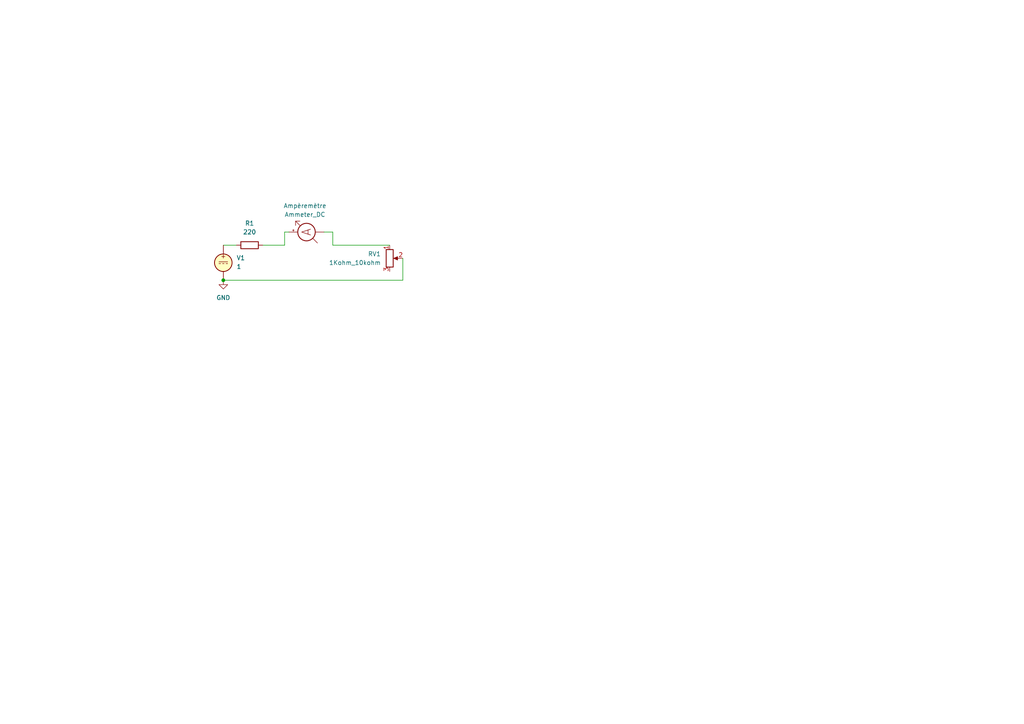
<source format=kicad_sch>
(kicad_sch (version 20230121) (generator eeschema)

  (uuid ae631b81-ece1-4a1a-bd85-f651e276bdef)

  (paper "A4")

  (lib_symbols
    (symbol "Device:Ammeter_DC" (pin_numbers hide) (pin_names (offset 0.0254) hide) (in_bom yes) (on_board yes)
      (property "Reference" "MES" (at -3.302 1.016 0)
        (effects (font (size 1.27 1.27)) (justify right))
      )
      (property "Value" "Ammeter_DC" (at -3.302 -0.762 0)
        (effects (font (size 1.27 1.27)) (justify right))
      )
      (property "Footprint" "" (at 0 2.54 90)
        (effects (font (size 1.27 1.27)) hide)
      )
      (property "Datasheet" "~" (at 0 2.54 90)
        (effects (font (size 1.27 1.27)) hide)
      )
      (property "ki_keywords" "ammeter DC ampere meter" (at 0 0 0)
        (effects (font (size 1.27 1.27)) hide)
      )
      (property "ki_description" "DC ammeter" (at 0 0 0)
        (effects (font (size 1.27 1.27)) hide)
      )
      (symbol "Ammeter_DC_0_0"
        (polyline
          (pts
            (xy -3.175 -3.175)
            (xy -1.905 -1.905)
          )
          (stroke (width 0) (type default))
          (fill (type none))
        )
        (polyline
          (pts
            (xy 1.905 1.905)
            (xy 3.175 3.175)
          )
          (stroke (width 0) (type default))
          (fill (type none))
        )
        (polyline
          (pts
            (xy 1.905 3.175)
            (xy 3.175 3.175)
            (xy 3.175 1.905)
          )
          (stroke (width 0) (type default))
          (fill (type none))
        )
        (text "A" (at 0 0 0)
          (effects (font (size 2.54 2.54)))
        )
      )
      (symbol "Ammeter_DC_0_1"
        (polyline
          (pts
            (xy 0.254 3.81)
            (xy 0.762 3.81)
          )
          (stroke (width 0) (type default))
          (fill (type none))
        )
        (polyline
          (pts
            (xy 0.508 4.064)
            (xy 0.508 3.556)
          )
          (stroke (width 0) (type default))
          (fill (type none))
        )
        (circle (center 0 0) (radius 2.54)
          (stroke (width 0.254) (type default))
          (fill (type none))
        )
      )
      (symbol "Ammeter_DC_1_1"
        (pin passive line (at 0 -5.08 90) (length 2.54)
          (name "-" (effects (font (size 1.27 1.27))))
          (number "1" (effects (font (size 1.27 1.27))))
        )
        (pin passive line (at 0 5.08 270) (length 2.54)
          (name "+" (effects (font (size 1.27 1.27))))
          (number "2" (effects (font (size 1.27 1.27))))
        )
      )
    )
    (symbol "Device:R" (pin_numbers hide) (pin_names (offset 0)) (in_bom yes) (on_board yes)
      (property "Reference" "R" (at 2.032 0 90)
        (effects (font (size 1.27 1.27)))
      )
      (property "Value" "R" (at 0 0 90)
        (effects (font (size 1.27 1.27)))
      )
      (property "Footprint" "" (at -1.778 0 90)
        (effects (font (size 1.27 1.27)) hide)
      )
      (property "Datasheet" "~" (at 0 0 0)
        (effects (font (size 1.27 1.27)) hide)
      )
      (property "ki_keywords" "R res resistor" (at 0 0 0)
        (effects (font (size 1.27 1.27)) hide)
      )
      (property "ki_description" "Resistor" (at 0 0 0)
        (effects (font (size 1.27 1.27)) hide)
      )
      (property "ki_fp_filters" "R_*" (at 0 0 0)
        (effects (font (size 1.27 1.27)) hide)
      )
      (symbol "R_0_1"
        (rectangle (start -1.016 -2.54) (end 1.016 2.54)
          (stroke (width 0.254) (type default))
          (fill (type none))
        )
      )
      (symbol "R_1_1"
        (pin passive line (at 0 3.81 270) (length 1.27)
          (name "~" (effects (font (size 1.27 1.27))))
          (number "1" (effects (font (size 1.27 1.27))))
        )
        (pin passive line (at 0 -3.81 90) (length 1.27)
          (name "~" (effects (font (size 1.27 1.27))))
          (number "2" (effects (font (size 1.27 1.27))))
        )
      )
    )
    (symbol "Device:R_Potentiometer" (pin_names (offset 1.016) hide) (in_bom yes) (on_board yes)
      (property "Reference" "RV" (at -4.445 0 90)
        (effects (font (size 1.27 1.27)))
      )
      (property "Value" "R_Potentiometer" (at -2.54 0 90)
        (effects (font (size 1.27 1.27)))
      )
      (property "Footprint" "" (at 0 0 0)
        (effects (font (size 1.27 1.27)) hide)
      )
      (property "Datasheet" "~" (at 0 0 0)
        (effects (font (size 1.27 1.27)) hide)
      )
      (property "ki_keywords" "resistor variable" (at 0 0 0)
        (effects (font (size 1.27 1.27)) hide)
      )
      (property "ki_description" "Potentiometer" (at 0 0 0)
        (effects (font (size 1.27 1.27)) hide)
      )
      (property "ki_fp_filters" "Potentiometer*" (at 0 0 0)
        (effects (font (size 1.27 1.27)) hide)
      )
      (symbol "R_Potentiometer_0_1"
        (polyline
          (pts
            (xy 2.54 0)
            (xy 1.524 0)
          )
          (stroke (width 0) (type default))
          (fill (type none))
        )
        (polyline
          (pts
            (xy 1.143 0)
            (xy 2.286 0.508)
            (xy 2.286 -0.508)
            (xy 1.143 0)
          )
          (stroke (width 0) (type default))
          (fill (type outline))
        )
        (rectangle (start 1.016 2.54) (end -1.016 -2.54)
          (stroke (width 0.254) (type default))
          (fill (type none))
        )
      )
      (symbol "R_Potentiometer_1_1"
        (pin passive line (at 0 3.81 270) (length 1.27)
          (name "1" (effects (font (size 1.27 1.27))))
          (number "1" (effects (font (size 1.27 1.27))))
        )
        (pin passive line (at 3.81 0 180) (length 1.27)
          (name "2" (effects (font (size 1.27 1.27))))
          (number "2" (effects (font (size 1.27 1.27))))
        )
        (pin passive line (at 0 -3.81 90) (length 1.27)
          (name "3" (effects (font (size 1.27 1.27))))
          (number "3" (effects (font (size 1.27 1.27))))
        )
      )
    )
    (symbol "Simulation_SPICE:VDC" (pin_numbers hide) (pin_names (offset 0.0254)) (in_bom yes) (on_board yes)
      (property "Reference" "V" (at 2.54 2.54 0)
        (effects (font (size 1.27 1.27)) (justify left))
      )
      (property "Value" "1" (at 2.54 0 0)
        (effects (font (size 1.27 1.27)) (justify left))
      )
      (property "Footprint" "" (at 0 0 0)
        (effects (font (size 1.27 1.27)) hide)
      )
      (property "Datasheet" "~" (at 0 0 0)
        (effects (font (size 1.27 1.27)) hide)
      )
      (property "Sim.Pins" "1=+ 2=-" (at 0 0 0)
        (effects (font (size 1.27 1.27)) hide)
      )
      (property "Sim.Type" "DC" (at 0 0 0)
        (effects (font (size 1.27 1.27)) hide)
      )
      (property "Sim.Device" "V" (at 0 0 0)
        (effects (font (size 1.27 1.27)) (justify left) hide)
      )
      (property "ki_keywords" "simulation" (at 0 0 0)
        (effects (font (size 1.27 1.27)) hide)
      )
      (property "ki_description" "Voltage source, DC" (at 0 0 0)
        (effects (font (size 1.27 1.27)) hide)
      )
      (symbol "VDC_0_0"
        (polyline
          (pts
            (xy -1.27 0.254)
            (xy 1.27 0.254)
          )
          (stroke (width 0) (type default))
          (fill (type none))
        )
        (polyline
          (pts
            (xy -0.762 -0.254)
            (xy -1.27 -0.254)
          )
          (stroke (width 0) (type default))
          (fill (type none))
        )
        (polyline
          (pts
            (xy 0.254 -0.254)
            (xy -0.254 -0.254)
          )
          (stroke (width 0) (type default))
          (fill (type none))
        )
        (polyline
          (pts
            (xy 1.27 -0.254)
            (xy 0.762 -0.254)
          )
          (stroke (width 0) (type default))
          (fill (type none))
        )
        (text "+" (at 0 1.905 0)
          (effects (font (size 1.27 1.27)))
        )
      )
      (symbol "VDC_0_1"
        (circle (center 0 0) (radius 2.54)
          (stroke (width 0.254) (type default))
          (fill (type background))
        )
      )
      (symbol "VDC_1_1"
        (pin passive line (at 0 5.08 270) (length 2.54)
          (name "~" (effects (font (size 1.27 1.27))))
          (number "1" (effects (font (size 1.27 1.27))))
        )
        (pin passive line (at 0 -5.08 90) (length 2.54)
          (name "~" (effects (font (size 1.27 1.27))))
          (number "2" (effects (font (size 1.27 1.27))))
        )
      )
    )
    (symbol "power:GND" (power) (pin_names (offset 0)) (in_bom yes) (on_board yes)
      (property "Reference" "#PWR" (at 0 -6.35 0)
        (effects (font (size 1.27 1.27)) hide)
      )
      (property "Value" "GND" (at 0 -3.81 0)
        (effects (font (size 1.27 1.27)))
      )
      (property "Footprint" "" (at 0 0 0)
        (effects (font (size 1.27 1.27)) hide)
      )
      (property "Datasheet" "" (at 0 0 0)
        (effects (font (size 1.27 1.27)) hide)
      )
      (property "ki_keywords" "global power" (at 0 0 0)
        (effects (font (size 1.27 1.27)) hide)
      )
      (property "ki_description" "Power symbol creates a global label with name \"GND\" , ground" (at 0 0 0)
        (effects (font (size 1.27 1.27)) hide)
      )
      (symbol "GND_0_1"
        (polyline
          (pts
            (xy 0 0)
            (xy 0 -1.27)
            (xy 1.27 -1.27)
            (xy 0 -2.54)
            (xy -1.27 -1.27)
            (xy 0 -1.27)
          )
          (stroke (width 0) (type default))
          (fill (type none))
        )
      )
      (symbol "GND_1_1"
        (pin power_in line (at 0 0 270) (length 0) hide
          (name "GND" (effects (font (size 1.27 1.27))))
          (number "1" (effects (font (size 1.27 1.27))))
        )
      )
    )
  )

  (junction (at 64.77 81.28) (diameter 0) (color 0 0 0 0)
    (uuid bb1ea0de-eb8c-4d5f-9f90-6b8cf70554f2)
  )

  (wire (pts (xy 116.84 74.93) (xy 116.84 81.28))
    (stroke (width 0) (type default))
    (uuid 08f9d51a-6dc7-413c-be05-3bb2f02c08fa)
  )
  (wire (pts (xy 96.52 67.31) (xy 96.52 71.12))
    (stroke (width 0) (type default))
    (uuid 0ed6b835-aa27-4c8e-be57-84e405ff1425)
  )
  (wire (pts (xy 83.82 67.31) (xy 82.55 67.31))
    (stroke (width 0) (type default))
    (uuid 1befd1d7-d18c-4256-9096-a55dbb87ce8d)
  )
  (wire (pts (xy 68.58 71.12) (xy 64.77 71.12))
    (stroke (width 0) (type default))
    (uuid 37cd28e6-9169-49ea-82fc-fc322d9742ba)
  )
  (wire (pts (xy 96.52 71.12) (xy 113.03 71.12))
    (stroke (width 0) (type default))
    (uuid 5bd9acfd-3b75-4890-8070-dd0ad74ce023)
  )
  (wire (pts (xy 82.55 67.31) (xy 82.55 71.12))
    (stroke (width 0) (type default))
    (uuid 6f119fe7-ddd6-42bc-8503-49682e24dcd0)
  )
  (wire (pts (xy 93.98 67.31) (xy 96.52 67.31))
    (stroke (width 0) (type default))
    (uuid ab2f661c-5278-4531-b9cf-7a5cbac55dfb)
  )
  (wire (pts (xy 82.55 71.12) (xy 76.2 71.12))
    (stroke (width 0) (type default))
    (uuid ca1d02cc-7b3d-4d31-8c2b-9fce752f8a4f)
  )
  (wire (pts (xy 116.84 81.28) (xy 64.77 81.28))
    (stroke (width 0) (type default))
    (uuid d65f0847-f5f2-4091-904b-4988dd6bcead)
  )

  (symbol (lib_id "power:GND") (at 64.77 81.28 0) (unit 1)
    (in_bom yes) (on_board yes) (dnp no) (fields_autoplaced)
    (uuid 0502b431-6cf2-417b-998a-8f8ba1c94574)
    (property "Reference" "#PWR01" (at 64.77 87.63 0)
      (effects (font (size 1.27 1.27)) hide)
    )
    (property "Value" "GND" (at 64.77 86.36 0)
      (effects (font (size 1.27 1.27)))
    )
    (property "Footprint" "" (at 64.77 81.28 0)
      (effects (font (size 1.27 1.27)) hide)
    )
    (property "Datasheet" "" (at 64.77 81.28 0)
      (effects (font (size 1.27 1.27)) hide)
    )
    (pin "1" (uuid 08ba2cc8-46ef-4206-a29b-c383d1cadcc1))
    (instances
      (project "reactance_potentio"
        (path "/ae631b81-ece1-4a1a-bd85-f651e276bdef"
          (reference "#PWR01") (unit 1)
        )
      )
    )
  )

  (symbol (lib_id "Device:Ammeter_DC") (at 88.9 67.31 90) (unit 1)
    (in_bom yes) (on_board yes) (dnp no) (fields_autoplaced)
    (uuid 3b7fb01b-509c-4bf1-9da5-fafe89b2acaa)
    (property "Reference" "Ampèremètre" (at 88.4555 59.69 90)
      (effects (font (size 1.27 1.27)))
    )
    (property "Value" "Ammeter_DC" (at 88.4555 62.23 90)
      (effects (font (size 1.27 1.27)))
    )
    (property "Footprint" "" (at 86.36 67.31 90)
      (effects (font (size 1.27 1.27)) hide)
    )
    (property "Datasheet" "~" (at 86.36 67.31 90)
      (effects (font (size 1.27 1.27)) hide)
    )
    (pin "2" (uuid eb236f86-2947-4c66-bfc1-ebe3ad6abd32))
    (pin "1" (uuid 3b1570cb-b4c1-43f0-b282-732a37eeb77f))
    (instances
      (project "reactance_potentio"
        (path "/ae631b81-ece1-4a1a-bd85-f651e276bdef"
          (reference "Ampèremètre") (unit 1)
        )
      )
    )
  )

  (symbol (lib_id "Device:R_Potentiometer") (at 113.03 74.93 0) (unit 1)
    (in_bom yes) (on_board yes) (dnp no) (fields_autoplaced)
    (uuid 44cf017a-033b-428a-aeac-3216467f9d33)
    (property "Reference" "RV1" (at 110.49 73.66 0)
      (effects (font (size 1.27 1.27)) (justify right))
    )
    (property "Value" "1Kohm_10kohm" (at 110.49 76.2 0)
      (effects (font (size 1.27 1.27)) (justify right))
    )
    (property "Footprint" "" (at 113.03 74.93 0)
      (effects (font (size 1.27 1.27)) hide)
    )
    (property "Datasheet" "~" (at 113.03 74.93 0)
      (effects (font (size 1.27 1.27)) hide)
    )
    (pin "1" (uuid c2ae88a5-745b-462c-9d2a-5a4fe004f92e))
    (pin "3" (uuid f60f8578-d4fc-4679-9b0c-dbc1ac72ab40))
    (pin "2" (uuid 4cb13bf2-7b0a-41f4-a82e-ce7ca4b94e01))
    (instances
      (project "reactance_potentio"
        (path "/ae631b81-ece1-4a1a-bd85-f651e276bdef"
          (reference "RV1") (unit 1)
        )
      )
    )
  )

  (symbol (lib_id "Device:R") (at 72.39 71.12 90) (unit 1)
    (in_bom yes) (on_board yes) (dnp no) (fields_autoplaced)
    (uuid 9f322dae-4962-4b0e-857c-ad220bb22e4e)
    (property "Reference" "R1" (at 72.39 64.77 90)
      (effects (font (size 1.27 1.27)))
    )
    (property "Value" "220" (at 72.39 67.31 90)
      (effects (font (size 1.27 1.27)))
    )
    (property "Footprint" "" (at 72.39 72.898 90)
      (effects (font (size 1.27 1.27)) hide)
    )
    (property "Datasheet" "~" (at 72.39 71.12 0)
      (effects (font (size 1.27 1.27)) hide)
    )
    (pin "1" (uuid fe1a679b-18a5-4e6e-9e56-43166e5d10ee))
    (pin "2" (uuid 17a3ff6e-d414-4d98-a6eb-5d157bc144ea))
    (instances
      (project "reactance_potentio"
        (path "/ae631b81-ece1-4a1a-bd85-f651e276bdef"
          (reference "R1") (unit 1)
        )
      )
    )
  )

  (symbol (lib_id "Simulation_SPICE:VDC") (at 64.77 76.2 0) (unit 1)
    (in_bom yes) (on_board yes) (dnp no) (fields_autoplaced)
    (uuid ba4b689f-c45a-4fd3-abcd-dde96dbfbc63)
    (property "Reference" "V1" (at 68.58 74.8002 0)
      (effects (font (size 1.27 1.27)) (justify left))
    )
    (property "Value" "1" (at 68.58 77.3402 0)
      (effects (font (size 1.27 1.27)) (justify left))
    )
    (property "Footprint" "" (at 64.77 76.2 0)
      (effects (font (size 1.27 1.27)) hide)
    )
    (property "Datasheet" "~" (at 64.77 76.2 0)
      (effects (font (size 1.27 1.27)) hide)
    )
    (property "Sim.Pins" "1=+ 2=-" (at 64.77 76.2 0)
      (effects (font (size 1.27 1.27)) hide)
    )
    (property "Sim.Type" "DC" (at 64.77 76.2 0)
      (effects (font (size 1.27 1.27)) hide)
    )
    (property "Sim.Device" "V" (at 64.77 76.2 0)
      (effects (font (size 1.27 1.27)) (justify left) hide)
    )
    (pin "2" (uuid 50d2db71-5681-4c7a-82b1-d98852d2f387))
    (pin "1" (uuid df1bbd13-b79f-40f8-92bb-27086078f2b7))
    (instances
      (project "reactance_potentio"
        (path "/ae631b81-ece1-4a1a-bd85-f651e276bdef"
          (reference "V1") (unit 1)
        )
      )
    )
  )

  (sheet_instances
    (path "/" (page "1"))
  )
)

</source>
